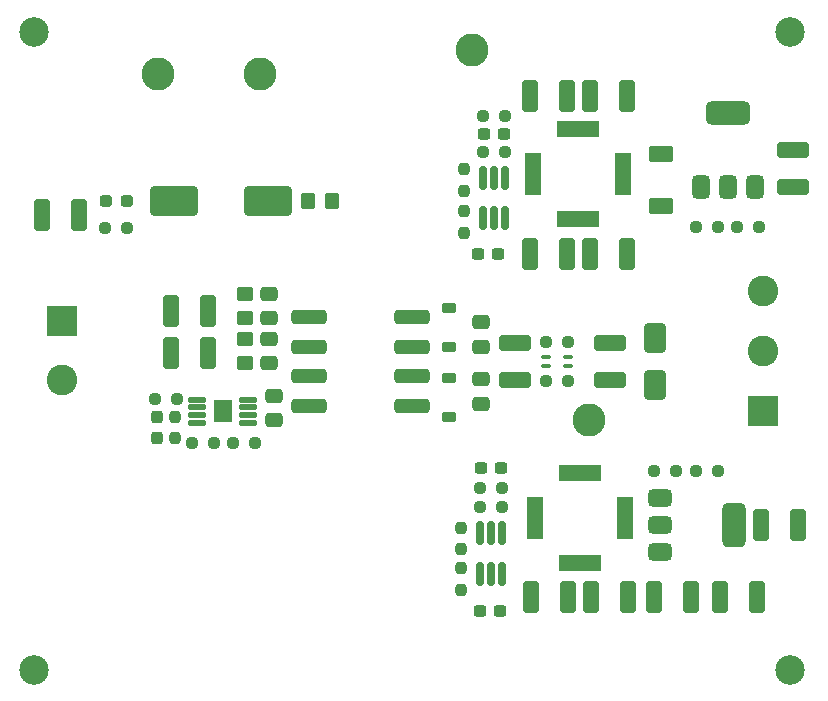
<source format=gbr>
G04 #@! TF.GenerationSoftware,KiCad,Pcbnew,8.0.6*
G04 #@! TF.CreationDate,2024-12-01T22:00:58+01:00*
G04 #@! TF.ProjectId,UCC25800,55434332-3538-4303-902e-6b696361645f,rev?*
G04 #@! TF.SameCoordinates,Original*
G04 #@! TF.FileFunction,Soldermask,Top*
G04 #@! TF.FilePolarity,Negative*
%FSLAX46Y46*%
G04 Gerber Fmt 4.6, Leading zero omitted, Abs format (unit mm)*
G04 Created by KiCad (PCBNEW 8.0.6) date 2024-12-01 22:00:58*
%MOMM*%
%LPD*%
G01*
G04 APERTURE LIST*
G04 Aperture macros list*
%AMRoundRect*
0 Rectangle with rounded corners*
0 $1 Rounding radius*
0 $2 $3 $4 $5 $6 $7 $8 $9 X,Y pos of 4 corners*
0 Add a 4 corners polygon primitive as box body*
4,1,4,$2,$3,$4,$5,$6,$7,$8,$9,$2,$3,0*
0 Add four circle primitives for the rounded corners*
1,1,$1+$1,$2,$3*
1,1,$1+$1,$4,$5*
1,1,$1+$1,$6,$7*
1,1,$1+$1,$8,$9*
0 Add four rect primitives between the rounded corners*
20,1,$1+$1,$2,$3,$4,$5,0*
20,1,$1+$1,$4,$5,$6,$7,0*
20,1,$1+$1,$6,$7,$8,$9,0*
20,1,$1+$1,$8,$9,$2,$3,0*%
G04 Aperture macros list end*
%ADD10RoundRect,0.237500X0.250000X0.237500X-0.250000X0.237500X-0.250000X-0.237500X0.250000X-0.237500X0*%
%ADD11RoundRect,0.162500X-0.162500X0.837500X-0.162500X-0.837500X0.162500X-0.837500X0.162500X0.837500X0*%
%ADD12RoundRect,0.375000X-0.625000X-0.375000X0.625000X-0.375000X0.625000X0.375000X-0.625000X0.375000X0*%
%ADD13RoundRect,0.500000X-0.500000X-1.400000X0.500000X-1.400000X0.500000X1.400000X-0.500000X1.400000X0*%
%ADD14R,3.600000X1.400000*%
%ADD15R,1.400000X3.600000*%
%ADD16RoundRect,0.250000X0.800000X-0.450000X0.800000X0.450000X-0.800000X0.450000X-0.800000X-0.450000X0*%
%ADD17RoundRect,0.250000X-0.412500X-1.100000X0.412500X-1.100000X0.412500X1.100000X-0.412500X1.100000X0*%
%ADD18RoundRect,0.237500X-0.250000X-0.237500X0.250000X-0.237500X0.250000X0.237500X-0.250000X0.237500X0*%
%ADD19RoundRect,0.237500X0.300000X0.237500X-0.300000X0.237500X-0.300000X-0.237500X0.300000X-0.237500X0*%
%ADD20RoundRect,0.237500X0.237500X-0.250000X0.237500X0.250000X-0.237500X0.250000X-0.237500X-0.250000X0*%
%ADD21RoundRect,0.250000X0.412500X1.100000X-0.412500X1.100000X-0.412500X-1.100000X0.412500X-1.100000X0*%
%ADD22C,2.800000*%
%ADD23RoundRect,0.250000X0.475000X-0.337500X0.475000X0.337500X-0.475000X0.337500X-0.475000X-0.337500X0*%
%ADD24RoundRect,0.250000X0.650000X-1.000000X0.650000X1.000000X-0.650000X1.000000X-0.650000X-1.000000X0*%
%ADD25RoundRect,0.100000X0.300000X0.100000X-0.300000X0.100000X-0.300000X-0.100000X0.300000X-0.100000X0*%
%ADD26C,2.500000*%
%ADD27R,2.600000X2.600000*%
%ADD28C,2.600000*%
%ADD29RoundRect,0.250000X0.450000X-0.350000X0.450000X0.350000X-0.450000X0.350000X-0.450000X-0.350000X0*%
%ADD30RoundRect,0.250000X-0.350000X-0.450000X0.350000X-0.450000X0.350000X0.450000X-0.350000X0.450000X0*%
%ADD31RoundRect,0.250000X1.100000X-0.412500X1.100000X0.412500X-1.100000X0.412500X-1.100000X-0.412500X0*%
%ADD32RoundRect,0.237500X-0.287500X-0.237500X0.287500X-0.237500X0.287500X0.237500X-0.287500X0.237500X0*%
%ADD33RoundRect,0.375000X0.375000X-0.625000X0.375000X0.625000X-0.375000X0.625000X-0.375000X-0.625000X0*%
%ADD34RoundRect,0.500000X1.400000X-0.500000X1.400000X0.500000X-1.400000X0.500000X-1.400000X-0.500000X0*%
%ADD35RoundRect,0.250000X-0.475000X0.337500X-0.475000X-0.337500X0.475000X-0.337500X0.475000X0.337500X0*%
%ADD36RoundRect,0.225000X0.375000X-0.225000X0.375000X0.225000X-0.375000X0.225000X-0.375000X-0.225000X0*%
%ADD37RoundRect,0.237500X-0.237500X0.300000X-0.237500X-0.300000X0.237500X-0.300000X0.237500X0.300000X0*%
%ADD38RoundRect,0.125000X-0.600000X-0.125000X0.600000X-0.125000X0.600000X0.125000X-0.600000X0.125000X0*%
%ADD39R,1.570000X1.890000*%
%ADD40RoundRect,0.300000X1.200000X-0.300000X1.200000X0.300000X-1.200000X0.300000X-1.200000X-0.300000X0*%
%ADD41RoundRect,0.237500X-0.237500X0.250000X-0.237500X-0.250000X0.237500X-0.250000X0.237500X0.250000X0*%
%ADD42RoundRect,0.250000X-1.750000X-1.000000X1.750000X-1.000000X1.750000X1.000000X-1.750000X1.000000X0*%
G04 APERTURE END LIST*
D10*
G04 #@! TO.C,R15*
X162583500Y-101600000D03*
X160758500Y-101600000D03*
G04 #@! TD*
D11*
G04 #@! TO.C,U2*
X162621000Y-105478000D03*
X161671000Y-105478000D03*
X160721000Y-105478000D03*
X160721000Y-108898000D03*
X161671000Y-108898000D03*
X162621000Y-108898000D03*
G04 #@! TD*
D10*
G04 #@! TO.C,R19*
X177277000Y-100203000D03*
X175452000Y-100203000D03*
G04 #@! TD*
D12*
G04 #@! TO.C,U5*
X175920000Y-102475000D03*
X175920000Y-104775000D03*
D13*
X182220000Y-104775000D03*
D12*
X175920000Y-107075000D03*
G04 #@! TD*
D14*
G04 #@! TO.C,L2*
X169037000Y-78857000D03*
D15*
X172837000Y-75057000D03*
D14*
X169037000Y-71257000D03*
D15*
X165237000Y-75057000D03*
G04 #@! TD*
D16*
G04 #@! TO.C,D5*
X176022000Y-77765000D03*
X176022000Y-73365000D03*
G04 #@! TD*
D17*
G04 #@! TO.C,C13*
X170014500Y-81788000D03*
X173139500Y-81788000D03*
G04 #@! TD*
G04 #@! TO.C,C16*
X181063500Y-110871000D03*
X184188500Y-110871000D03*
G04 #@! TD*
D18*
G04 #@! TO.C,R20*
X166346500Y-89281000D03*
X168171500Y-89281000D03*
G04 #@! TD*
D19*
G04 #@! TO.C,C18*
X162533500Y-99949000D03*
X160808500Y-99949000D03*
G04 #@! TD*
D20*
G04 #@! TO.C,R9*
X159131000Y-106830500D03*
X159131000Y-105005500D03*
G04 #@! TD*
D21*
G04 #@! TO.C,C12*
X178600500Y-110871000D03*
X175475500Y-110871000D03*
G04 #@! TD*
D10*
G04 #@! TO.C,R6*
X141628500Y-97790000D03*
X139803500Y-97790000D03*
G04 #@! TD*
D22*
G04 #@! TO.C,TP4*
X160020000Y-64516000D03*
G04 #@! TD*
D18*
G04 #@! TO.C,R16*
X161012500Y-70104000D03*
X162837500Y-70104000D03*
G04 #@! TD*
D23*
G04 #@! TO.C,C9*
X160782000Y-94509500D03*
X160782000Y-92434500D03*
G04 #@! TD*
D24*
G04 #@! TO.C,D3*
X175514000Y-92932000D03*
X175514000Y-88932000D03*
G04 #@! TD*
D22*
G04 #@! TO.C,TP3*
X169926000Y-95885000D03*
G04 #@! TD*
D25*
G04 #@! TO.C,FL1*
X168184000Y-91332000D03*
X168184000Y-90532000D03*
X166334000Y-90532000D03*
X166334000Y-91332000D03*
G04 #@! TD*
D18*
G04 #@! TO.C,R4*
X136374500Y-97790000D03*
X138199500Y-97790000D03*
G04 #@! TD*
D19*
G04 #@! TO.C,C26*
X162787500Y-71628000D03*
X161062500Y-71628000D03*
G04 #@! TD*
G04 #@! TO.C,C23*
X162279500Y-81788000D03*
X160554500Y-81788000D03*
G04 #@! TD*
D23*
G04 #@! TO.C,C14*
X160782000Y-89683500D03*
X160782000Y-87608500D03*
G04 #@! TD*
D11*
G04 #@! TO.C,U4*
X162875000Y-75379000D03*
X161925000Y-75379000D03*
X160975000Y-75379000D03*
X160975000Y-78799000D03*
X161925000Y-78799000D03*
X162875000Y-78799000D03*
G04 #@! TD*
D26*
G04 #@! TO.C,H2*
X187000000Y-63000000D03*
G04 #@! TD*
D10*
G04 #@! TO.C,R18*
X180871500Y-79502000D03*
X179046500Y-79502000D03*
G04 #@! TD*
D26*
G04 #@! TO.C,H1*
X123000000Y-63000000D03*
G04 #@! TD*
D14*
G04 #@! TO.C,L1*
X169164000Y-107940000D03*
D15*
X172964000Y-104140000D03*
D14*
X169164000Y-100340000D03*
D15*
X165364000Y-104140000D03*
G04 #@! TD*
D27*
G04 #@! TO.C,J1*
X125298000Y-87500000D03*
D28*
X125298000Y-92500000D03*
G04 #@! TD*
D18*
G04 #@! TO.C,R14*
X166346500Y-92583000D03*
X168171500Y-92583000D03*
G04 #@! TD*
D10*
G04 #@! TO.C,R13*
X180833000Y-100203000D03*
X179008000Y-100203000D03*
G04 #@! TD*
D29*
G04 #@! TO.C,R8*
X140843000Y-87233000D03*
X140843000Y-85233000D03*
G04 #@! TD*
D30*
G04 #@! TO.C,R2*
X146193000Y-77343000D03*
X148193000Y-77343000D03*
G04 #@! TD*
D31*
G04 #@! TO.C,C27*
X163703000Y-92494500D03*
X163703000Y-89369500D03*
G04 #@! TD*
D27*
G04 #@! TO.C,J2*
X184658000Y-95080000D03*
D28*
X184658000Y-90000000D03*
X184658000Y-84920000D03*
G04 #@! TD*
D17*
G04 #@! TO.C,C19*
X170141500Y-110871000D03*
X173266500Y-110871000D03*
G04 #@! TD*
D26*
G04 #@! TO.C,H4*
X187000000Y-117000000D03*
G04 #@! TD*
D21*
G04 #@! TO.C,C20*
X168059500Y-81788000D03*
X164934500Y-81788000D03*
G04 #@! TD*
D32*
G04 #@! TO.C,L3*
X129046000Y-77343000D03*
X130796000Y-77343000D03*
G04 #@! TD*
D10*
G04 #@! TO.C,R10*
X162837500Y-73152000D03*
X161012500Y-73152000D03*
G04 #@! TD*
D17*
G04 #@! TO.C,C24*
X170014500Y-68453000D03*
X173139500Y-68453000D03*
G04 #@! TD*
D29*
G04 #@! TO.C,R7*
X140843000Y-91043000D03*
X140843000Y-89043000D03*
G04 #@! TD*
D33*
G04 #@! TO.C,U6*
X179437000Y-76175000D03*
X181737000Y-76175000D03*
D34*
X181737000Y-69875000D03*
D33*
X184037000Y-76175000D03*
G04 #@! TD*
D19*
G04 #@! TO.C,C15*
X162406500Y-112014000D03*
X160681500Y-112014000D03*
G04 #@! TD*
D22*
G04 #@! TO.C,TP1*
X133477000Y-66548000D03*
G04 #@! TD*
G04 #@! TO.C,TP2*
X142113000Y-66548000D03*
G04 #@! TD*
D21*
G04 #@! TO.C,C1*
X126784500Y-78486000D03*
X123659500Y-78486000D03*
G04 #@! TD*
D31*
G04 #@! TO.C,C25*
X187198000Y-76111500D03*
X187198000Y-72986500D03*
G04 #@! TD*
D17*
G04 #@! TO.C,C17*
X184492500Y-104775000D03*
X187617500Y-104775000D03*
G04 #@! TD*
D10*
G04 #@! TO.C,R17*
X184300500Y-79502000D03*
X182475500Y-79502000D03*
G04 #@! TD*
D35*
G04 #@! TO.C,C6*
X143256000Y-93831500D03*
X143256000Y-95906500D03*
G04 #@! TD*
D36*
G04 #@! TO.C,D1*
X158115000Y-95630000D03*
X158115000Y-92330000D03*
G04 #@! TD*
D20*
G04 #@! TO.C,R22*
X159385000Y-76477500D03*
X159385000Y-74652500D03*
G04 #@! TD*
D37*
G04 #@! TO.C,C5*
X133350000Y-95657500D03*
X133350000Y-97382500D03*
G04 #@! TD*
D38*
G04 #@! TO.C,U1*
X136788000Y-94148000D03*
X136788000Y-94798000D03*
X136788000Y-95448000D03*
X136788000Y-96098000D03*
X141088000Y-96098000D03*
X141088000Y-95448000D03*
X141088000Y-94798000D03*
X141088000Y-94148000D03*
D39*
X138938000Y-95123000D03*
G04 #@! TD*
D21*
G04 #@! TO.C,C10*
X168059500Y-68453000D03*
X164934500Y-68453000D03*
G04 #@! TD*
G04 #@! TO.C,C11*
X168186500Y-110871000D03*
X165061500Y-110871000D03*
G04 #@! TD*
D18*
G04 #@! TO.C,R5*
X133199500Y-94107000D03*
X135024500Y-94107000D03*
G04 #@! TD*
D31*
G04 #@! TO.C,C28*
X171704000Y-92494500D03*
X171704000Y-89369500D03*
G04 #@! TD*
D26*
G04 #@! TO.C,H3*
X123000000Y-117000000D03*
G04 #@! TD*
D18*
G04 #@! TO.C,R1*
X129008500Y-79629000D03*
X130833500Y-79629000D03*
G04 #@! TD*
D20*
G04 #@! TO.C,R12*
X159131000Y-110259500D03*
X159131000Y-108434500D03*
G04 #@! TD*
D21*
G04 #@! TO.C,C3*
X137706500Y-86614000D03*
X134581500Y-86614000D03*
G04 #@! TD*
D40*
G04 #@! TO.C,T1*
X146277000Y-94682000D03*
X146277000Y-92182000D03*
X146277000Y-89682000D03*
X146277000Y-87182000D03*
X154962000Y-87182000D03*
X154967000Y-89682000D03*
X154967000Y-92182000D03*
X154967000Y-94682000D03*
G04 #@! TD*
D18*
G04 #@! TO.C,R11*
X160758500Y-103251000D03*
X162583500Y-103251000D03*
G04 #@! TD*
D41*
G04 #@! TO.C,R3*
X134874000Y-95607500D03*
X134874000Y-97432500D03*
G04 #@! TD*
D20*
G04 #@! TO.C,R21*
X159385000Y-80033500D03*
X159385000Y-78208500D03*
G04 #@! TD*
D23*
G04 #@! TO.C,C8*
X142875000Y-87270500D03*
X142875000Y-85195500D03*
G04 #@! TD*
D21*
G04 #@! TO.C,C4*
X137706500Y-90170000D03*
X134581500Y-90170000D03*
G04 #@! TD*
D36*
G04 #@! TO.C,D2*
X158115000Y-89661000D03*
X158115000Y-86361000D03*
G04 #@! TD*
D42*
G04 #@! TO.C,C2*
X134811000Y-77343000D03*
X142811000Y-77343000D03*
G04 #@! TD*
D23*
G04 #@! TO.C,C7*
X142875000Y-91080500D03*
X142875000Y-89005500D03*
G04 #@! TD*
M02*

</source>
